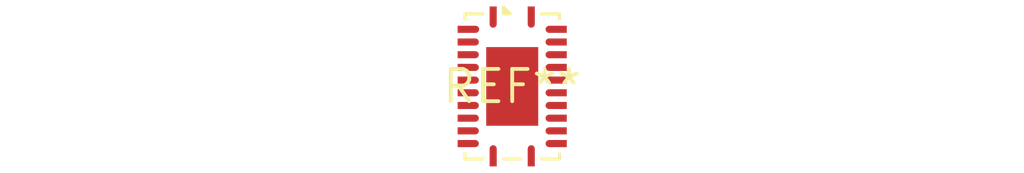
<source format=kicad_pcb>
(kicad_pcb (version 20240108) (generator pcbnew)
  (layers (0 "F.Cu" signal) (31 "B.Cu" signal) (34 "B.Paste" user) (35 "F.Paste" user) (36 "B.SilkS" user "B.Silkscreen") (37 "F.SilkS" user "F.Silkscreen") (38 "B.Mask" user) (39 "F.Mask" user) (44 "Edge.Cuts" user))
  (net 0 "")
  (footprint "Texas_RGY_R-PVQFN-N24_EP2.05x3.1mm" (layer "F.Cu") (at 0 0)
    (property "Reference" "REF**")
    (property "Value" "Texas_RGY_R-PVQFN-N24_EP2.05x3.1mm")
    (fp_line (start -1.86 -2.86) (end -1.86 -2.65) (layer "F.SilkS") (stroke (width 0.12)))
    (fp_line (start -1.86 2.86) (end -1.86 2.65) (layer "F.SilkS") (stroke (width 0.12)))
    (fp_line (start -1.15 -2.86) (end -1.86 -2.86) (layer "F.SilkS") (stroke (width 0.12)))
    (fp_line (start -1.15 2.86) (end -1.86 2.86) (layer "F.SilkS") (stroke (width 0.12)))
    (fp_line (start 0.35 2.86) (end -0.35 2.86) (layer "F.SilkS") (stroke (width 0.12)))
    (fp_line (start 1.15 -2.86) (end 1.86 -2.86) (layer "F.SilkS") (stroke (width 0.12)))
    (fp_line (start 1.15 2.86) (end 1.86 2.86) (layer "F.SilkS") (stroke (width 0.12)))
    (fp_line (start 1.86 -2.65) (end 1.86 -2.86) (layer "F.SilkS") (stroke (width 0.12)))
    (fp_line (start 1.86 2.86) (end 1.86 2.65) (layer "F.SilkS") (stroke (width 0.12)))
    (fp_poly (pts (xy -0.35 -2.86) (xy -0.35 -3.14) (xy -0.07 -2.86) (xy -0.35 -2.86)) (layer "F.SilkS") (stroke (width 0.12)) (fill solid))
    (pad "1" smd custom (at -0.75 -2.795) (size 0.28 0.71) (layers "F.Cu" "F.Paste" "F.Mask") (options (clearance outline) (anchor rect)) (primitives (gr_circle (center 0 0.3425) (end 0.14 0.3425) (width 0) (fill yes))))
    (pad "2" smd custom (at -1.795 -2.25) (size 0.71 0.28) (layers "F.Cu" "F.Paste" "F.Mask") (options (clearance outline) (anchor rect)) (primitives (gr_circle (center 0.355 0) (end 0.495 0) (width 0) (fill yes))))
    (pad "3" smd custom (at -1.795 -1.75) (size 0.71 0.28) (layers "F.Cu" "F.Paste" "F.Mask") (options (clearance outline) (anchor rect)) (primitives (gr_circle (center 0.3425 0) (end 0.4825 0) (width 0) (fill yes))))
    (pad "4" smd custom (at -1.795 -1.25) (size 0.71 0.28) (layers "F.Cu" "F.Paste" "F.Mask") (options (clearance outline) (anchor rect)) (primitives (gr_circle (center 0.3425 0) (end 0.4825 0) (width 0) (fill yes))))
    (pad "5" smd custom (at -1.795 -0.75) (size 0.71 0.28) (layers "F.Cu" "F.Paste" "F.Mask") (options (clearance outline) (anchor rect)) (primitives (gr_circle (center 0.3425 0) (end 0.4825 0) (width 0) (fill yes))))
    (pad "6" smd custom (at -1.795 -0.25) (size 0.71 0.28) (layers "F.Cu" "F.Paste" "F.Mask") (options (clearance outline) (anchor rect)) (primitives (gr_circle (center 0.3425 0) (end 0.4825 0) (width 0) (fill yes))))
    (pad "7" smd custom (at -1.795 0.25) (size 0.71 0.28) (layers "F.Cu" "F.Paste" "F.Mask") (options (clearance outline) (anchor rect)) (primitives (gr_circle (center 0.3425 0) (end 0.4825 0) (width 0) (fill yes))))
    (pad "8" smd custom (at -1.795 0.75) (size 0.71 0.28) (layers "F.Cu" "F.Paste" "F.Mask") (options (clearance outline) (anchor rect)) (primitives (gr_circle (center 0.3425 0) (end 0.4825 0) (width 0) (fill yes))))
    (pad "9" smd custom (at -1.795 1.25) (size 0.71 0.28) (layers "F.Cu" "F.Paste" "F.Mask") (options (clearance outline) (anchor rect)) (primitives (gr_circle (center 0.3425 0) (end 0.4825 0) (width 0) (fill yes))))
    (pad "10" smd custom (at -1.795 1.75) (size 0.71 0.28) (layers "F.Cu" "F.Paste" "F.Mask") (options (clearance outline) (anchor rect)) (primitives (gr_circle (center 0.3425 0) (end 0.4825 0) (width 0) (fill yes))))
    (pad "11" smd custom (at -1.795 2.25) (size 0.71 0.28) (layers "F.Cu" "F.Paste" "F.Mask") (options (clearance outline) (anchor rect)) (primitives (gr_circle (center 0.3425 0) (end 0.4825 0) (width 0) (fill yes))))
    (pad "12" smd custom (at -0.75 2.795) (size 0.28 0.71) (layers "F.Cu" "F.Paste" "F.Mask") (options (clearance outline) (anchor rect)) (primitives (gr_circle (center 0 -0.3425) (end 0.14 -0.3425) (width 0) (fill yes))))
    (pad "13" smd custom (at 0.75 2.795) (size 0.28 0.71) (layers "F.Cu" "F.Paste" "F.Mask") (options (clearance outline) (anchor rect)) (primitives (gr_circle (center 0 -0.3425) (end 0.14 -0.3425) (width 0) (fill yes))))
    (pad "14" smd custom (at 1.795 2.25) (size 0.71 0.28) (layers "F.Cu" "F.Paste" "F.Mask") (options (clearance outline) (anchor rect)) (primitives (gr_circle (center -0.3425 0) (end -0.2025 0) (width 0) (fill yes))))
    (pad "15" smd custom (at 1.795 1.75) (size 0.71 0.28) (layers "F.Cu" "F.Paste" "F.Mask") (options (clearance outline) (anchor rect)) (primitives (gr_circle (center -0.3425 0) (end -0.2025 0) (width 0) (fill yes))))
    (pad "16" smd custom (at 1.795 1.25) (size 0.71 0.28) (layers "F.Cu" "F.Paste" "F.Mask") (options (clearance outline) (anchor rect)) (primitives (gr_circle (center -0.3425 0) (end -0.2025 0) (width 0) (fill yes))))
    (pad "17" smd custom (at 1.795 0.75) (size 0.71 0.28) (layers "F.Cu" "F.Paste" "F.Mask") (options (clearance outline) (anchor rect)) (primitives (gr_circle (center -0.3425 0) (end -0.2025 0) (width 0) (fill yes))))
    (pad "18" smd custom (at 1.795 0.25) (size 0.71 0.28) (layers "F.Cu" "F.Paste" "F.Mask") (options (clearance outline) (anchor rect)) (primitives (gr_circle (center -0.3425 0) (end -0.2025 0) (width 0) (fill yes))))
    (pad "19" smd custom (at 1.795 -0.25) (size 0.71 0.28) (layers "F.Cu" "F.Paste" "F.Mask") (options (clearance outline) (anchor rect)) (primitives (gr_circle (center -0.3425 0) (end -0.2025 0) (width 0) (fill yes))))
    (pad "20" smd custom (at 1.795 -0.75) (size 0.71 0.28) (layers "F.Cu" "F.Paste" "F.Mask") (options (clearance outline) (anchor rect)) (primitives (gr_circle (center -0.3425 0) (end -0.2025 0) (width 0) (fill yes))))
    (pad "21" smd custom (at 1.795 -1.25) (size 0.71 0.28) (layers "F.Cu" "F.Paste" "F.Mask") (options (clearance outline) (anchor rect)) (primitives (gr_circle (center -0.3425 0) (end -0.2025 0) (width 0) (fill yes))))
    (pad "22" smd custom (at 1.795 -1.75) (size 0.71 0.28) (layers "F.Cu" "F.Paste" "F.Mask") (options (clearance outline) (anchor rect)) (primitives (gr_circle (center -0.3425 0) (end -0.2025 0) (width 0) (fill yes))))
    (pad "23" smd custom (at 1.795 -2.25) (size 0.71 0.28) (layers "F.Cu" "F.Paste" "F.Mask") (options (clearance outline) (anchor rect)) (primitives (gr_circle (center -0.3425 0) (end -0.2025 0) (width 0) (fill yes))))
    (pad "24" smd custom (at 0.75 -2.795) (size 0.28 0.71) (layers "F.Cu" "F.Paste" "F.Mask") (options (clearance outline) (anchor rect)) (primitives (gr_circle (center 0 0.3425) (end 0.14 0.3425) (width 0) (fill yes))))
    (pad "25" smd rect (at 0 0) (size 2.05 3.1) (layers "F.Cu" "F.Mask"))
  )
)
</source>
